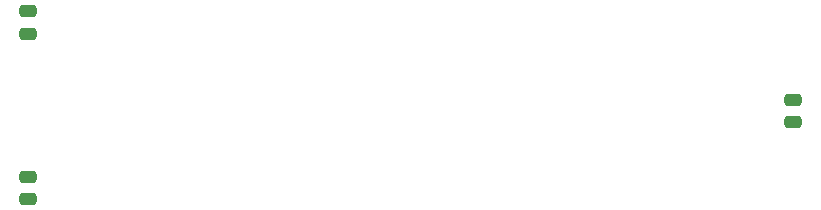
<source format=gbp>
G04 #@! TF.GenerationSoftware,KiCad,Pcbnew,(6.0.10)*
G04 #@! TF.CreationDate,2023-02-06T13:43:24-03:00*
G04 #@! TF.ProjectId,PowerSupply_HW,506f7765-7253-4757-9070-6c795f48572e,rev?*
G04 #@! TF.SameCoordinates,Original*
G04 #@! TF.FileFunction,Paste,Bot*
G04 #@! TF.FilePolarity,Positive*
%FSLAX46Y46*%
G04 Gerber Fmt 4.6, Leading zero omitted, Abs format (unit mm)*
G04 Created by KiCad (PCBNEW (6.0.10)) date 2023-02-06 13:43:24*
%MOMM*%
%LPD*%
G01*
G04 APERTURE LIST*
G04 Aperture macros list*
%AMRoundRect*
0 Rectangle with rounded corners*
0 $1 Rounding radius*
0 $2 $3 $4 $5 $6 $7 $8 $9 X,Y pos of 4 corners*
0 Add a 4 corners polygon primitive as box body*
4,1,4,$2,$3,$4,$5,$6,$7,$8,$9,$2,$3,0*
0 Add four circle primitives for the rounded corners*
1,1,$1+$1,$2,$3*
1,1,$1+$1,$4,$5*
1,1,$1+$1,$6,$7*
1,1,$1+$1,$8,$9*
0 Add four rect primitives between the rounded corners*
20,1,$1+$1,$2,$3,$4,$5,0*
20,1,$1+$1,$4,$5,$6,$7,0*
20,1,$1+$1,$6,$7,$8,$9,0*
20,1,$1+$1,$8,$9,$2,$3,0*%
G04 Aperture macros list end*
%ADD10RoundRect,0.250000X-0.475000X0.250000X-0.475000X-0.250000X0.475000X-0.250000X0.475000X0.250000X0*%
%ADD11RoundRect,0.250000X0.475000X-0.250000X0.475000X0.250000X-0.475000X0.250000X-0.475000X-0.250000X0*%
G04 APERTURE END LIST*
D10*
X79620000Y-41780000D03*
X79620000Y-43680000D03*
D11*
X79640000Y-57700000D03*
X79640000Y-55800000D03*
X144420000Y-51200000D03*
X144420000Y-49300000D03*
M02*

</source>
